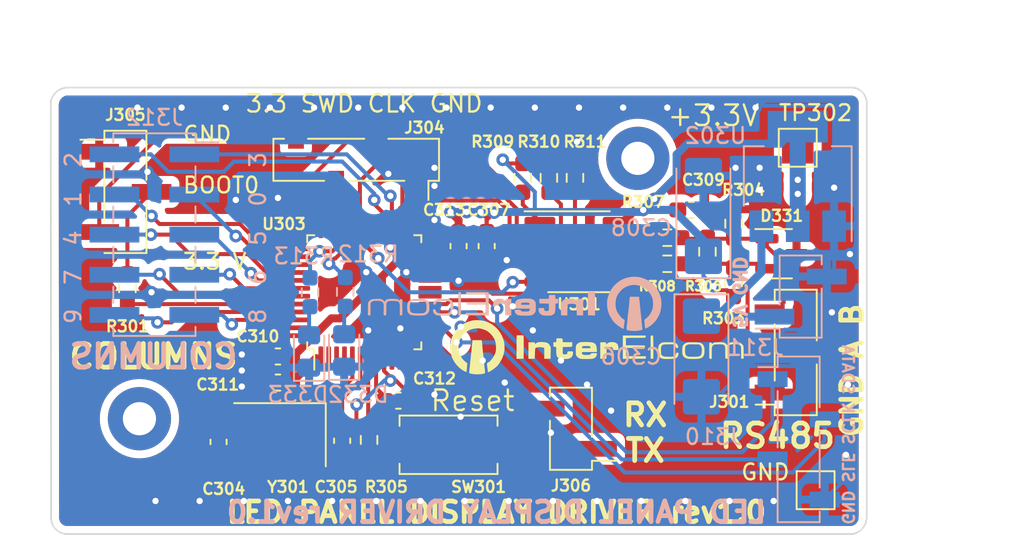
<source format=kicad_pcb>
(kicad_pcb (version 20211014) (generator pcbnew)
  (layers (0 "F.Cu" signal) (31 "B.Cu" signal) (34 "B.Paste" user) (35 "F.Paste" user) (36 "B.SilkS" user "B.Silkscreen") (37 "F.SilkS" user "F.Silkscreen") (38 "B.Mask" user) (39 "F.Mask" user) (44 "Edge.Cuts" user))
  (net 0 "")
  (footprint "Resistor_SMD:R_0603_1608Metric_Pad0.98x0.95mm_HandSolder" (layer "F.Cu") (at 174.766208 79.01901 180)
    (fp_text reference "R308")
    (fp_text value "10")
  )
  (footprint "Capacitor_SMD:C_0603_1608Metric_Pad1.08x0.95mm_HandSolder" (layer "F.Cu") (at 146.369958 90.29176 -90)
    (fp_text reference "C304")
    (fp_text value "20p")
  )
  (footprint "TestPoint:TestPoint_Pad_2.0x2.0mm" (layer "F.Cu") (at 183.021208 71.67651)
    (fp_text reference "TP302")
    (fp_text value "TestPoint")
  )
  (footprint "Resistor_SMD:R_0603_1608Metric_Pad0.98x0.95mm_HandSolder" (layer "F.Cu") (at 168.924208 73.58151 90)
    (fp_text reference "R311")
    (fp_text value "10k")
  )
  (footprint "Capacitor_SMD:C_0603_1608Metric_Pad1.08x0.95mm_HandSolder" (layer "F.Cu") (at 154.192208 90.21851 90)
    (fp_text reference "C305")
    (fp_text value "20p")
  )
  (footprint "Resistor_SMD:R_0603_1608Metric_Pad0.98x0.95mm_HandSolder" (layer "F.Cu") (at 167.273208 73.58151 90)
    (fp_text reference "R310")
    (fp_text value "10k")
  )
  (footprint "Resistor_SMD:R_0603_1608Metric_Pad0.98x0.95mm_HandSolder" (layer "F.Cu") (at 155.894958 90.16476 90)
    (fp_text reference "R305")
    (fp_text value "10k")
  )
  (footprint "Connector_PinHeader_2.54mm:PinHeader_1x03_P2.54mm_Vertical_SMD_Pin1Left" (layer "F.Cu") (at 140.476208 74.47051)
    (fp_text reference "J305")
    (fp_text value "BOOT_TO/ SELECTOR")
  )
  (footprint "Resistor_SMD:R_0603_1608Metric_Pad0.98x0.95mm_HandSolder" (layer "F.Cu") (at 174.766208 77.36801 180)
    (fp_text reference "R307")
    (fp_text value "10")
  )
  (footprint "Capacitor_SMD:C_0603_1608Metric_Pad1.08x0.95mm_HandSolder" (layer "F.Cu") (at 157.748208 87.67851 180)
    (fp_text reference "C312")
    (fp_text value "100n")
  )
  (footprint "Connector_PinSocket_2.54mm:PinSocket_1x03_P2.54mm_Vertical_SMD_Pin1Right" (layer "F.Cu") (at 182.894208 84.63051 180)
    (fp_text reference "J301")
    (fp_text value "RS485")
  )
  (footprint "Crystal:Crystal_SMD_Abracon_ABM3C-4Pin_5.0x3.2mm" (layer "F.Cu") (at 150.255208 89.83751 180)
    (fp_text reference "Y301")
    (fp_text value "8 MHz")
  )
  (footprint "Capacitor_SMD:C_0603_1608Metric_Pad1.08x0.95mm_HandSolder" (layer "F.Cu") (at 150.128208 86.53551 180)
    (fp_text reference "C311")
    (fp_text value "100n")
  )
  (footprint "Capacitor_SMD:C_0603_1608Metric_Pad1.08x0.95mm_HandSolder" (layer "F.Cu") (at 163.336208 77.89951 -90)
    (fp_text reference "C307")
    (fp_text value "100n")
  )
  (footprint "Package_QFP:LQFP-48_7x7mm_P0.5mm" (layer "F.Cu") (at 155.589208 80.82051 90)
    (fp_text reference "U303")
    (fp_text value "STM32F030C6Tx")
  )
  (footprint "Button_Switch_SMD:SW_SPST_EVQPE1" (layer "F.Cu") (at 160.923208 90.47251 180)
    (fp_text reference "SW301")
    (fp_text value "SW_SPST")
  )
  (footprint "Resistor_SMD:R_0603_1608Metric_Pad0.98x0.95mm_HandSolder" (layer "F.Cu") (at 165.622208 73.58151 -90)
    (fp_text reference "R309")
    (fp_text value "10k")
  )
  (footprint "Resistor_SMD:R_0603_1608Metric_Pad0.98x0.95mm_HandSolder" (layer "F.Cu") (at 140.603208 80.56651 90)
    (fp_text reference "R301")
    (fp_text value "10k")
  )
  (footprint "LOGO" (layer "F.Cu") (at 170.18 84.328)
    (fp_text reference "G***" hide)
    (fp_text value "LOGO" hide)
  )
  (footprint "Package_SO:SOIC-8_3.9x4.9mm_P1.27mm" (layer "F.Cu") (at 169.178208 78.25701)
    (fp_text reference "U301")
    (fp_text value "SN65HVD11")
  )
  (footprint "Package_TO_SOT_SMD:SOT-23" (layer "F.Cu") (at 182.005208 78.38401)
    (fp_text reference "D331")
    (fp_text value "SM712_SOT23")
  )
  (footprint "Resistor_SMD:R_0603_1608Metric_Pad0.98x0.95mm_HandSolder" (layer "F.Cu") (at 178.957208 80.18551 90)
    (fp_text reference "R303")
    (fp_text value "360")
  )
  (footprint "Resistor_SMD:R_0603_1608Metric_Pad0.98x0.95mm_HandSolder" (layer "F.Cu") (at 177.306208 78.25701 -90)
    (fp_text reference "R306")
    (fp_text value "120")
  )
  (footprint "Resistor_SMD:R_0603_1608Metric_Pad0.98x0.95mm_HandSolder" (layer "F.Cu") (at 178.957208 76.47901 90)
    (fp_text reference "R304")
    (fp_text value "360")
  )
  (footprint "Connector_PinHeader_2.54mm:PinHeader_1x02_P2.54mm_Vertical_SMD_Pin1Left" (layer "F.Cu") (at 168.670208 89.45651 180)
    (fp_text reference "J306")
    (fp_text value "UART2")
  )
  (footprint "Capacitor_SMD:C_0603_1608Metric_Pad1.08x0.95mm_HandSolder" (layer "F.Cu") (at 150.128208 84.88451 180)
    (fp_text reference "C310")
    (fp_text value "100n")
  )
  (footprint "TestPoint:TestPoint_Pad_2.0x2.0mm" (layer "F.Cu") (at 184.15 93.345)
    (fp_text reference "GND")
    (fp_text value "TestPoint")
  )
  (footprint "Capacitor_SMD:C_0603_1608Metric_Pad1.08x0.95mm_HandSolder" (layer "F.Cu") (at 161.558208 77.89951 -90)
    (fp_text reference "C313")
    (fp_text value "100n")
  )
  (footprint "Connector_PinSocket_2.54mm:PinSocket_1x04_P2.54mm_Vertical_SMD_Pin1Right" (layer "F.Cu") (at 155.081208 72.43851 -90)
    (fp_text reference "J304")
    (fp_text value "SWD")
  )
  (footprint "Capacitor_SMD:C_0603_1608Metric_Pad1.08x0.95mm_HandSolder" (layer "F.Cu") (at 176.290208 75.61351)
    (fp_text reference "C309")
    (fp_text value "100n")
  )
  (footprint "Connector_PinHeader_2.54mm:PinHeader_2x05_P2.54mm_Vertical_SMD" (layer "B.Cu") (at 142.311111 77.174123 180)
    (fp_text reference "J312")
    (fp_text value "IDC10")
  )
  (footprint "LOGO" (layer "B.Cu") (at 165.241208 81.58251 180)
    (fp_text reference "G***" hide)
    (fp_text value "LOGO" hide)
  )
  (footprint "Capacitor_Tantalum_SMD:CP_EIA-6032-28_Kemet-C_Pad2.25x2.35mm_HandSolder" (layer "B.Cu") (at 177.052208 75.99451 90)
    (fp_text reference "C308")
    (fp_text value "10u")
  )
  (footprint "Capacitor_Tantalum_SMD:CP_EIA-6032-28_Kemet-C_Pad2.25x2.35mm_HandSolder" (layer "B.Cu") (at 176.925208 84.88451 -90)
    (fp_text reference "C306")
    (fp_text value "10u")
  )
  (footprint "LED_SMD:LED_0805_2012Metric_Pad1.15x1.40mm_HandSolder" (layer "B.Cu") (at 152.102208 84.56651 90)
    (fp_text reference "D333")
    (fp_text value "Red")
  )
  (footprint "LED_SMD:LED_0805_2012Metric_Pad1.15x1.40mm_HandSolder" (layer "B.Cu") (at 154.319208 84.50351 90)
    (fp_text reference "D332")
    (fp_text value "Green")
  )
  (footprint "Connector_PinHeader_2.54mm:PinHeader_1x02_P2.54mm_Vertical_SMD_Pin1Left" (layer "B.Cu") (at 183.205111 81.095123)
    (fp_text reference "J311")
    (fp_text value "BOOT_TO/ SELECTOR")
  )
  (footprint "Connector_PinSocket_2.54mm:PinSocket_1x04_P2.54mm_Vertical_SMD_Pin1Right" (layer "B.Cu") (at 183.078111 90.128123 180)
    (fp_text reference "J310")
    (fp_text value "Serial_BUS")
  )
  (footprint "Resistor_SMD:R_0603_1608Metric_Pad0.98x0.95mm_HandSolder" (layer "B.Cu") (at 154.386208 80.79751 -90)
    (fp_text reference "R312")
    (fp_text value "510")
  )
  (footprint "Resistor_SMD:R_0603_1608Metric_Pad0.98x0.95mm_HandSolder" (layer "B.Cu") (at 152.160208 80.82051 -90)
    (fp_text reference "R313")
    (fp_text value "680")
  )
  (footprint "Package_TO_SOT_SMD:SOT-223" (layer "B.Cu") (at 183.021208 73.491123 90)
    (fp_text reference "U302")
    (fp_text value "LM1117-3.3")
  )
  (gr_line (start 187.382788 95.056761) (end 187.382788 71.44791) (layer "Edge.Cuts") (width 0.1))
  (gr_arc (start 136.793208 96.120941) (mid 136.058547 95.80525) (end 135.777208 95.056761) (layer "Edge.Cuts") (width 0.1))
  (gr_arc (start 187.382788 95.056761) (mid 187.124478 95.756675) (end 186.473385 96.120941) (layer "Edge.Cuts") (width 0.1))
  (gr_arc (start 186.473385 67.86651) (mid 187.090293 68.145081) (end 187.382788 68.75551) (layer "Edge.Cuts") (width 0.1))
  (gr_line (start 135.751808 68.75551) (end 135.751808 71.34631) (layer "Edge.Cuts") (width 0.1))
  (gr_line (start 186.473385 96.120941) (end 136.793208 96.120941) (layer "Edge.Cuts") (width 0.1))
  (gr_line (start 186.473385 67.86651) (end 136.793208 67.86651) (layer "Edge.Cuts") (width 0.1))
  (gr_arc (start 135.751808 68.75551) (mid 136.123549 68.136515) (end 136.793208 67.86651) (layer "Edge.Cuts") (width 0.1))
  (gr_line (start 187.382788 68.75551) (end 187.382788 71.44791) (layer "Edge.Cuts") (width 0.1))
  (gr_line (start 135.777208 95.056761) (end 135.751808 71.34631) (layer "Edge.Cuts") (width 0.1))
  (gr_text "9  7  4  1  2\n" (at 137.174208 77.39151 90) (layer "B.SilkS") (effects (font (size 1 1))))
  (gr_text "COLUMNS" (at 142.254208 84.88451) (layer "B.SilkS") (effects (font (size 1.5 1.5) (thickness 0.3)) (justify mirror)))
  (gr_text "8  6  5  0  3" (at 148.858208 77.39151 90) (layer "B.SilkS") (effects (font (size 1 1))))
  (gr_text "GND SLE SCLK SDATA" (at 186.196208 89.83751 270) (layer "B.SilkS") (effects (font (size 0.7 0.7)) (justify mirror)))
  (gr_text "LED PANEL DISPLAY DRIVER rev1.0" (at 163.957 94.742) (layer "B.SilkS") (effects (font (size 1.3 1.3) (thickness 0.3)) (justify mirror)))
  (gr_text "5V GND" (at 179.338208 80.82051 270) (layer "B.SilkS") (effects (font (size 0.8 0.8) (thickness 0.2)) (justify mirror)))
  (gr_text "GND\n\nBOOT0\n\n\n3.3 V" (at 144.032208 74.85151) (layer "F.SilkS") (effects (font (size 1 1)) (justify left)))
  (gr_text "COLUMNS" (at 142.254208 84.88451) (layer "F.SilkS") (effects (font (size 1.5 1.5) (thickness 0.3))))
  (gr_text "RS485" (at 181.737 89.916) (layer "F.SilkS") (effects (font (size 1.5 1.5) (thickness 0.3))))
  (gr_text "LED PANEL DISPLAY DRIVER rev1.0" (at 163.957 94.742) (layer "F.SilkS") (effects (font (size 1.3 1.3) (thickness 0.3))))
  (gr_text "Reset" (at 162.447208 87.67851) (layer "F.SilkS") (effects (font (size 1.3 1.3))))
  (gr_text "3.3 SWD CLK GND" (at 155.589208 68.88251) (layer "F.SilkS") (effects (font (size 1.1 1.1))))
  (gr_text "RX\nTX" (at 173.369208 89.71051) (layer "F.SilkS") (effects (font (size 1.4 1.4) (thickness 0.3))))
  (gr_text "GND A B" (at 186.450208 85.77351 90) (layer "F.SilkS") (effects (font (size 1.3 1.3) (thickness 0.3))))
  (gr_text "+3.3V" (at 177.687208 69.64451) (layer "F.SilkS") (effects (font (size 1.3 1.3))))
  (segment (start 150.509208 83.07051) (end 151.426708 83.07051) (width 0.254) (layer "F.Cu") (net 0))
  (segment (start 147.973208 80.57051) (end 151.426708 80.57051) (width 0.254) (layer "F.Cu") (net 0))
  (segment (start 151.098327 84.88451) (end 150.990708 84.88451) (width 0.508) (layer "F.Cu") (net 0))
  (segment (start 161.431208 83.943996) (end 160.557722 83.07051) (width 0.254) (layer "F.Cu") (net 0))
  (segment (start 142.127208 75.99451) (end 142.635208 76.50251) (width 0.254) (layer "F.Cu") (net 0))
  (segment (start 157.594708 86.40851) (end 158.610708 87.42451) (width 0.254) (layer "F.Cu") (net 0))
  (segment (start 164.582708 72.66901) (end 164.352208 72.43851) (width 0.254) (layer "F.Cu") (net 0))
  (segment (start 158.806708 89.34551) (end 162.496208 89.34551) (width 0.254) (layer "F.Cu") (net 0))
  (segment (start 161.304208 82.09051) (end 159.771708 82.09051) (width 0.254) (layer "F.Cu") (net 0))
  (segment (start 180.752708 79.01901) (end 181.067708 79.33401) (width 0.254) (layer "F.Cu") (net 0))
  (segment (start 159.653208 85.64651) (end 158.989708 84.98301) (width 0.254) (layer "F.Cu") (net 0))
  (segment (start 164.987208 80.18551) (end 165.010708 80.16201) (width 0.254) (layer "F.Cu") (net 0))
  (segment (start 142.508208 82.72551) (end 143.397208 82.72551) (width 0.254) (layer "F.Cu") (net 0))
  (segment (start 156.839208 85.789024) (end 156.839208 84.98301) (width 0.254) (layer "F.Cu") (net 0))
  (segment (start 153.839208 76.65801) (end 153.839208 74.11651) (width 0.254) (layer "F.Cu") (net 0))
  (segment (start 183.021208 71.67651) (end 183.021208 73.70851) (width 0.762) (layer "F.Cu") (net 0))
  (segment (start 167.273208 72.66901) (end 168.924208 72.66901) (width 0.254) (layer "F.Cu") (net 0))
  (segment (start 153.839208 74.11651) (end 153.811208 74.08851) (width 0.254) (layer "F.Cu") (net 0))
  (segment (start 165.241208 76.75651) (end 166.106708 77.62201) (width 0.254) (layer "F.Cu") (net 0))
  (segment (start 182.132208 78.98643) (end 181.067708 77.92193) (width 0.254) (layer "F.Cu") (net 0))
  (segment (start 142.635208 76.50251) (end 147.727342 76.50251) (width 0.254) (layer "F.Cu") (net 0))
  (segment (start 153.575116 78.228116) (end 154.339208 77.464024) (width 0.254) (layer "F.Cu") (net 0))
  (segment (start 158.002208 72.88301) (end 158.700708 72.18451) (width 0.254) (layer "F.Cu") (net 0))
  (segment (start 159.272208 84.50351) (end 157.875208 83.10651) (width 0.25) (layer "F.Cu") (net 0))
  (segment (start 175.678708 77.36801) (end 175.744708 77.43401) (width 0.254) (layer "F.Cu") (net 0))
  (segment (start 156.839208 79.69751) (end 156.986208 79.55051) (width 0.254) (layer "F.Cu") (net 0))
  (segment (start 146.318208 89.35601) (end 147.686708 89.35601) (width 0.254) (layer "F.Cu") (net 0))
  (segment (start 147.489208 82.57051) (end 151.426708 82.57051) (width 0.254) (layer "F.Cu") (net 0))
  (segment (start 149.795342 78.57051) (end 151.426708 78.57051) (width 0.254) (layer "F.Cu") (net 0))
  (segment (start 177.941208 80.69351) (end 178.552708 80.69351) (width 0.25) (layer "F.Cu") (net 0))
  (segment (start 166.634208 87.80551) (end 163.959074 87.80551) (width 0.254) (layer "F.Cu") (net 0))
  (segment (start 156.885708 87.42451) (end 158.806708 89.34551) (width 0.254) (layer "F.Cu") (net 0))
  (segment (start 151.426708 79.57051) (end 149.398342 79.57051) (width 0.254) (layer "F.Cu") (net 0))
  (segment (start 151.426708 74.36901) (end 151.426708 78.07051) (width 0.254) (layer "F.Cu") (net 0))
  (segment (start 164.787208 75.738062) (end 164.062656 75.01351) (width 0.254) (layer "F.Cu") (net 0))
  (segment (start 150.001208 89.45651) (end 148.470208 90.98751) (width 0.254) (layer "F.Cu") (net 0))
  (segment (start 147.080208 79.67751) (end 147.973208 80.57051) (width 0.254) (layer "F.Cu") (net 0))
  (segment (start 155.339208 86.40451) (end 155.339208 84.98301) (width 0.254) (layer "F.Cu") (net 0))
  (segment (start 168.924208 71.42251) (end 169.051208 71.29551) (width 0.254) (layer "F.Cu") (net 0))
  (segment (start 163.336208 76.24801) (end 163.802968 75.78125) (width 0.254) (layer "F.Cu") (net 0))
  (segment (start 165.880432 89.71051) (end 164.427432 88.25751) (width 0.25) (layer "F.Cu") (net 0))
  (segment (start 161.366708 78.57051) (end 159.751708 78.57051) (width 0.254) (layer "F.Cu") (net 0))
  (segment (start 165.622208 72.66901) (end 164.582708 72.66901) (width 0.254) (layer "F.Cu") (net 0))
  (segment (start 158.570208 77.96651) (end 156.986208 79.55051) (width 0.508) (layer "F.Cu") (net 0))
  (segment (start 171.907208 77.36801) (end 171.653208 77.62201) (width 0.254) (layer "F.Cu") (net 0))
  (segment (start 158.223208 90.47251) (end 157.115208 90.47251) (width 0.25) (layer "F.Cu") (net 0))
  (segment (start 154.192208 87.55151) (end 154.192208 89.35601) (width 0.254) (layer "F.Cu") (net 0))
  (segment (start 153.703881 78.682116) (end 153.763168 78.682116) (width 0.254) (layer "F.Cu") (net 0))
  (segment (start 155.094958 87.95026) (end 155.094958 89.735255) (width 0.25) (layer "F.Cu") (net 0))
  (segment (start 168.924208 77.05059) (end 168.924208 74.49401) (width 0.254) (layer "F.Cu") (net 0))
  (segment (start 164.787208 77.40126) (end 164.787208 75.738062) (width 0.254) (layer "F.Cu") (net 0))
  (segment (start 156.839208 84.98301) (end 156.839208 79.69751) (width 0.254) (layer "F.Cu") (net 0))
  (segment (start 143.306821 77.174123) (end 142.090595 77.174123) (width 0.254) (layer "F.Cu") (net 0))
  (segment (start 138.821208 74.72851) (end 138.821208 77.01051) (width 0.254) (layer "F.Cu") (net 0))
  (segment (start 164.062656 75.01351) (end 159.983708 75.01351) (width 0.254) (layer "F.Cu") (net 0))
  (segment (start 172.734208 75.61351) (end 173.242208 75.61351) (width 0.508) (layer "F.Cu") (net 0))
  (segment (start 158.989708 84.98301) (end 158.339208 84.98301) (width 0.254) (layer "F.Cu") (net 0))
  (segment (start 164.860208 89.32951) (end 163.717208 89.32951) (width 0.254) (layer "F.Cu") (net 0))
  (segment (start 151.426708 79.07051) (end 149.540394 79.07051) (width 0.254) (layer "F.Cu") (net 0))
  (segment (start 143.397208 82.72551) (end 144.052208 82.07051) (width 0.254) (layer "F.Cu") (net 0))
  (segment (start 142.635208 79.67751) (end 144.028208 81.07051) (width 0.254) (layer "F.Cu") (net 0))
  (segment (start 155.339208 76.65801) (end 155.316208 76.63501) (width 0.254) (layer "F.Cu") (net 0))
  (segment (start 155.094958 89.735255) (end 155.894958 90.535255) (width 0.25) (layer "F.Cu") (net 0))
  (segment (start 167.082788 78.89201) (end 168.924208 77.05059) (width 0.254) (layer "F.Cu") (net 0))
  (segment (start 166.703208 78.89201) (end 167.082788 78.89201) (width 0.254) (layer "F.Cu") (net 0))
  (segment (start 154.839208 84.98301) (end 154.839208 86.262458) (width 0.254) (layer "F.Cu") (net 0))
  (segment (start 147.686708 89.35601) (end 148.355208 88.68751) (width 0.254) (layer "F.Cu") (net 0))
  (segment (start 148.870914 80.07051) (end 151.426708 80.07051) (width 0.254) (layer "F.Cu") (net 0))
  (segment (start 181.067708 79.33401) (end 179.846208 80.55551) (width 0.254) (layer "F.Cu") (net 0))
  (segment (start 168.035208 77.13751) (end 167.550708 77.62201) (width 0.254) (layer "F.Cu") (net 0))
  (segment (start 167.400208 89.71051) (end 165.880432 89.71051) (width 0.25) (layer "F.Cu") (net 0))
  (segment (start 158.700708 72.18451) (end 161.875708 72.18451) (width 0.254) (layer "F.Cu") (net 0))
  (segment (start 170.902708 80.91251) (end 171.653208 80.16201) (width 0.254) (layer "F.Cu") (net 0))
  (segment (start 167.015208 88.18651) (end 166.634208 87.80551) (width 0.254) (layer "F.Cu") (net 0))
  (segment (start 152.541208 84.98501) (end 150.990708 86.53551) (width 0.508) (layer "F.Cu") (net 0))
  (segment (start 157.115208 90.47251) (end 155.894958 89.25226) (width 0.25) (layer "F.Cu") (net 0))
  (segment (start 156.224208 75.236996) (end 156.839208 75.851996) (width 0.254) (layer "F.Cu") (net 0))
  (segment (start 158.002208 75.35951) (end 158.002208 72.88301) (width 0.254) (layer "F.Cu") (net 0))
  (segment (start 155.894958 89.25226) (end 155.839208 89.19651) (width 0.254) (layer "F.Cu") (net 0))
  (segment (start 153.511327 82.47151) (end 151.098327 84.88451) (width 0.508) (layer "F.Cu") (net 0))
  (segment (start 171.995708 76.35201) (end 172.734208 75.61351) (width 0.508) (layer "F.Cu") (net 0))
  (segment (start 161.558208 78.76201) (end 163.708708 80.91251) (width 0.254) (layer "F.Cu") (net 0))
  (segment (start 152.758631 78.228116) (end 153.575116 78.228116) (width 0.254) (layer "F.Cu") (net 0))
  (segment (start 156.839208 75.851996) (end 156.839208 76.65801) (width 0.254) (layer "F.Cu") (net 0))
  (segment (start 144.028208 81.07051) (end 151.426708 81.07051) (width 0.254) (layer "F.Cu") (net 0))
  (segment (start 175.678708 79.01901) (end 180.752708 79.01901) (width 0.254) (layer "F.Cu") (net 0))
  (segment (start 152.248708 91.08101) (end 152.155208 90.98751) (width 0.254) (layer "F.Cu") (net 0))
  (segment (start 171.653208 76.35201) (end 171.995708 76.35201) (width 0.254) (layer "F.Cu") (net 0))
  (segment (start 166.195208 78.80926) (end 164.787208 77.40126) (width 0.254) (layer "F.Cu") (net 0))
  (segment (start 151.144208 87.55151) (end 150.001208 88.69451) (width 0.254) (layer "F.Cu") (net 0))
  (segment (start 165.010708 74.49401) (end 165.622208 74.49401) (width 0.254) (layer "F.Cu") (net 0))
  (segment (start 153.763168 78.682116) (end 154.839208 77.606076) (width 0.254) (layer "F.Cu") (net 0))
  (segment (start 159.751708 83.598144) (end 159.751708 83.57051) (width 0.254) (layer "F.Cu") (net 0))
  (segment (start 155.316208 73.79101) (end 157.430708 71.67651) (width 0.254) (layer "F.Cu") (net 0))
  (segment (start 140.603208 75.99851) (end 140.603208 79.65401) (width 0.254) (layer "F.Cu") (net 0))
  (segment (start 163.717208 89.32951) (end 160.034208 85.64651) (width 0.254) (layer "F.Cu") (net 0))
  (segment (start 153.056208 88.68751) (end 152.155208 88.68751) (width 0.254) (layer "F.Cu") (net 0))
  (segment (start 170.325208 90.72651) (end 166.257208 90.72651) (width 0.254) (layer "F.Cu") (net 0))
  (segment (start 157.240208 86.40851) (end 157.097694 86.265996) (width 0.254) (layer "F.Cu") (net 0))
  (segment (start 156.478208 78.66151) (end 155.839208 78.02251) (width 0.254) (layer "F.Cu") (net 0))
  (segment (start 153.550156 87.55151) (end 151.144208 87.55151) (width 0.254) (layer "F.Cu") (net 0))
  (segment (start 155.339208 86.40451) (end 154.192208 87.55151) (width 0.254) (layer "F.Cu") (net 0))
  (segment (start 181.116208 84.63051) (end 184.798208 84.63051) (width 0.254) (layer "F.Cu") (net 0))
  (segment (start 161.050208 75.74051) (end 161.558208 76.24851) (width 0.508) (layer "F.Cu") (net 0))
  (segment (start 161.558208 76.24851) (end 161.558208 77.03701) (width 0.508) (layer "F.Cu") (net 0))
  (segment (start 147.734394 77.26451) (end 147.461208 77.26451) (width 0.254) (layer "F.Cu") (net 0))
  (segment (start 160.796074 81.57051) (end 159.751708 81.57051) (width 0.254) (layer "F.Cu") (net 0))
  (segment (start 159.855708 77.96651) (end 158.570208 77.96651) (width 0.508) (layer "F.Cu") (net 0))
  (segment (start 148.261708 91.08101) (end 148.355208 90.98751) (width 0.254) (layer "F.Cu") (net 0))
  (segment (start 166.257208 90.72651) (end 164.860208 89.32951) (width 0.254) (layer "F.Cu") (net 0))
  (segment (start 155.839208 78.02251) (end 155.839208 76.65801) (width 0.254) (layer "F.Cu") (net 0))
  (segment (start 154.839208 86.262458) (end 153.550156 87.55151) (width 0.254) (layer "F.Cu") (net 0))
  (segment (start 146.318208 91.08101) (end 148.261708 91.08101) (width 0.254) (layer "F.Cu") (net 0))
  (segment (start 181.498208 82.09051) (end 182.132208 81.45651) (width 0.254) (layer "F.Cu") (net 0))
  (segment (start 173.853708 77.36801) (end 171.907208 77.36801) (width 0.254) (layer "F.Cu") (net 0))
  (segment (start 142.131208 74.47051) (end 140.603208 75.99851) (width 0.254) (layer "F.Cu") (net 0))
  (segment (start 173.242208 75.61351) (end 175.427708 75.61351) (width 0.508) (layer "F.Cu") (net 0))
  (segment (start 140.948708 81.57051) (end 151.426708 81.57051) (width 0.254) (layer "F.Cu") (net 0))
  (segment (start 181.067708 77.92193) (end 181.067708 77.43401) (width 0.254) (layer "F.Cu") (net 0))
  (segment (start 154.065208 82.47151) (end 153.511327 82.47151) (width 0.508) (layer "F.Cu") (net 0))
  (segment (start 165.241208 75.55001) (end 165.241208 76.75651) (width 0.254) (layer "F.Cu") (net 0))
  (segment (start 149.540394 79.07051) (end 147.734394 77.26451) (width 0.254) (layer "F.Cu") (net 0))
  (segment (start 144.540208 78.40751) (end 143.306821 77.174123) (width 0.254) (layer "F.Cu") (net 0))
  (segment (start 163.4754 81.32851) (end 161.038074 81.32851) (width 0.254) (layer "F.Cu") (net 0))
  (segment (start 165.622208 74.49401) (end 165.622208 75.27101) (width 0.254) (layer "F.Cu") (net 0))
  (segment (start 154.192208 87.55151) (end 153.056208 88.68751) (width 0.254) (layer "F.Cu") (net 0))
  (segment (start 155.839208 89.19651) (end 155.839208 84.98301) (width 0.254) (layer "F.Cu") (net 0))
  (segment (start 153.358122 79.027875) (end 153.703881 78.682116) (width 0.254) (layer "F.Cu") (net 0))
  (segment (start 163.407208 88.25751) (end 159.653208 84.50351) (width 0.25) (layer "F.Cu") (net 0))
  (segment (start 157.240208 86.40851) (end 157.594708 86.40851) (width 0.254) (layer "F.Cu") (net 0))
  (segment (start 171.653208 78.89201) (end 173.726708 78.89201) (width 0.254) (layer "F.Cu") (net 0))
  (segment (start 157.097694 86.04751) (end 156.839208 85.789024) (width 0.254) (layer "F.Cu") (net 0))
  (segment (start 175.744708 77.43401) (end 181.067708 77.43401) (width 0.254) (layer "F.Cu") (net 0))
  (segment (start 168.035208 75.25601) (end 168.035208 77.13751) (width 0.254) (layer "F.Cu") (net 0))
  (segment (start 157.339208 74.82351) (end 157.339208 76.65801) (width 0.254) (layer "F.Cu") (net 0))
  (segment (start 183.021208 73.70851) (end 183.021208 74.59751) (width 0.762) (layer "F.Cu") (net 0))
  (segment (start 157.097694 86.265996) (end 157.097694 86.04751) (width 0.254) (layer "F.Cu") (net 0))
  (segment (start 161.431208 83.99551) (end 161.431208 83.943996) (width 0.254) (layer "F.Cu") (net 0))
  (segment (start 157.839208 76.65801) (end 157.839208 75.52251) (width 0.254) (layer "F.Cu") (net 0))
  (segment (start 162.496208 89.34551) (end 163.623208 90.47251) (width 0.254) (layer "F.Cu") (net 0))
  (segment (start 155.894958 90.535255) (end 155.894958 91.07726) (width 0.25) (layer "F.Cu") (net 0))
  (segment (start 159.983708 75.01351) (end 158.339208 76.65801) (width 0.254) (layer "F.Cu") (net 0))
  (segment (start 160.785208 77.03701) (end 159.855708 77.96651) (width 0.508) (layer "F.Cu") (net 0))
  (segment (start 148.235342 78.40751) (end 144.540208 78.40751) (width 0.254) (layer "F.Cu") (net 0))
  (segment (start 161.038074 81.32851) (end 160.796074 81.57051) (width 0.254) (layer "F.Cu") (net 0))
  (segment (start 150.990708 86.53551) (end 150.990708 84.88451) (width 0.508) (layer "F.Cu") (net 0))
  (segment (start 149.398342 79.57051) (end 148.235342 78.40751) (width 0.254) (layer "F.Cu") (net 0))
  (segment (start 163.959074 87.80551) (end 159.751708 83.598144) (width 0.254) (layer "F.Cu") (net 0))
  (segment (start 162.193208 71.67651) (end 165.010708 74.49401) (width 0.254) (layer "F.Cu") (net 0))
  (segment (start 177.687208 80.43951) (end 177.941208 80.69351) (width 0.25) (layer "F.Cu") (net 0))
  (segment (start 168.924208 72.66901) (end 168.924208 71.42251) (width 0.254) (layer "F.Cu") (net 0))
  (segment (start 148.414061 79.613657) (end 148.870914 80.07051) (width 0.254) (layer "F.Cu") (net 0))
  (segment (start 162.066208 75.74051) (end 161.050208 75.74051) (width 0.508) (layer "F.Cu") (net 0))
  (segment (start 156.224208 74.97851) (end 156.224208 75.236996) (width 0.254) (layer "F.Cu") (net 0))
  (segment (start 155.112708 87.93251) (end 155.094958 87.95026) (width 0.25) (layer "F.Cu") (net 0))
  (segment (start 179.846208 83.36051) (end 181.116208 84.63051) (width 0.254) (layer "F.Cu") (net 0))
  (segment (start 148.470208 90.98751) (end 148.355208 90.98751) (width 0.254) (layer "F.Cu") (net 0))
  (segment (start 167.550708 77.62201) (end 166.703208 77.62201) (width 0.254) (layer "F.Cu") (net 0))
  (segment (start 155.316208 76.63501) (end 155.316208 73.79101) (width 0.254) (layer "F.Cu") (net 0))
  (segment (start 149.265708 84.88451) (end 149.265708 84.31401) (width 0.254) (layer "F.Cu") (net 0))
  (segment (start 156.351208 70.78851) (end 155.007208 70.78851) (width 0.254) (layer "F.Cu") (net 0))
  (segment (start 173.726708 78.89201) (end 173.853708 79.01901) (width 0.254) (layer "F.Cu") (net 0))
  (segment (start 147.207208 82.85251) (end 147.489208 82.57051) (width 0.254) (layer "F.Cu") (net 0))
  (segment (start 165.010708 80.16201) (end 166.703208 80.16201) (width 0.254) (layer "F.Cu") (net 0))
  (segment (start 163.997751 81.850861) (end 163.4754 81.32851) (width 0.254) (layer "F.Cu") (net 0))
  (segment (start 161.558208 78.76201) (end 161.366708 78.57051) (width 0.254) (layer "F.Cu") (net 0))
  (segment (start 163.336208 77.03701) (end 163.336208 76.12151) (width 0.254) (layer "F.Cu") (net 0))
  (segment (start 156.339208 86.87801) (end 156.885708 87.42451) (width 0.254) (layer "F.Cu") (net 0))
  (segment (start 178.552708 80.69351) (end 178.957208 81.09801) (width 0.25) (layer "F.Cu") (net 0))
  (segment (start 166.106708 77.62201) (end 166.195208 77.62201) (width 0.254) (layer "F.Cu") (net 0))
  (segment (start 157.430708 71.67651) (end 162.193208 71.67651) (width 0.254) (layer "F.Cu") (net 0))
  (segment (start 151.271208 70.78851) (end 142.761208 70.78851) (width 0.254) (layer "F.Cu") (net 0))
  (segment (start 163.336208 76.12151) (end 162.955208 75.74051) (width 0.254) (layer "F.Cu") (net 0))
  (segment (start 162.955208 75.74051) (end 162.066208 75.74051) (width 0.508) (layer "F.Cu") (net 0))
  (segment (start 163.762228 75.74051) (end 162.955208 75.74051) (width 0.508) (layer "F.Cu") (net 0))
  (segment (start 160.557722 83.07051) (end 159.751708 83.07051) (width 0.254) (layer "F.Cu") (net 0))
  (segment (start 155.007208 70.78851) (end 151.426708 74.36901) (width 0.254) (layer "F.Cu") (net 0))
  (segment (start 164.427432 88.25751) (end 163.407208 88.25751) (width 0.25) (layer "F.Cu") (net 0))
  (segment (start 160.034208 85.64651) (end 159.653208 85.64651) (width 0.254) (layer "F.Cu") (net 0))
  (segment (start 157.240208 74.72451) (end 157.339208 74.82351) (width 0.254) (layer "F.Cu") (net 0))
  (segment (start 167.273208 74.49401) (end 168.035208 75.25601) (width 0.254) (layer "F.Cu") (net 0))
  (segment (start 165.622208 75.27101) (end 166.703208 76.35201) (width 0.254) (layer "F.Cu") (net 0))
  (segment (start 179.846208 80.55551) (end 179.846208 83.36051) (width 0.254) (layer "F.Cu") (net 0))
  (segment (start 182.132208 81.45651) (end 182.132208 78.98643) (width 0.254) (layer "F.Cu") (net 0))
  (segment (start 142.761208 70.78851) (end 138.821208 74.72851) (width 0.254) (layer "F.Cu") (net 0))
  (segment (start 149.265708 84.31401) (end 150.509208 83.07051) (width 0.254) (layer "F.Cu") (net 0))
  (segment (start 156.986208 79.55051) (end 154.065208 82.47151) (width 0.508) (layer "F.Cu") (net 0))
  (segment (start 157.839208 75.52251) (end 158.002208 75.35951) (width 0.254) (layer "F.Cu") (net 0))
  (segment (start 163.708708 80.91251) (end 170.902708 80.91251) (width 0.254) (layer "F.Cu") (net 0))
  (segment (start 159.653208 84.50351) (end 159.272208 84.50351) (width 0.25) (layer "F.Cu") (net 0))
  (segment (start 154.339208 77.464024) (end 154.339208 76.65801) (width 0.254) (layer "F.Cu") (net 0))
  (segment (start 161.875708 72.18451) (end 165.241208 75.55001) (width 0.254) (layer "F.Cu") (net 0))
  (segment (start 163.802968 75.78125) (end 163.762228 75.74051) (width 0.508) (layer "F.Cu") (net 0))
  (segment (start 156.339208 84.98301) (end 156.339208 86.87801) (width 0.254) (layer "F.Cu") (net 0))
  (segment (start 161.558208 77.03701) (end 160.785208 77.03701) (width 0.508) (layer "F.Cu") (net 0))
  (segment (start 173.242208 75.61351) (end 173.940708 74.91501) (width 0.508) (layer "F.Cu") (net 0))
  (segment (start 154.839208 77.606076) (end 154.839208 76.65801) (width 0.254) (layer "F.Cu") (net 0))
  (segment (start 163.336208 77.03701) (end 163.336208 76.24801) (width 0.254) (layer "F.Cu") (net 0))
  (segment (start 147.727342 76.50251) (end 149.795342 78.57051) (width 0.254) (layer "F.Cu") (net 0))
  (segment (start 150.001208 88.69451) (end 150.001208 89.45651) (width 0.254) (layer "F.Cu") (net 0))
  (segment (start 166.195208 78.89201) (end 166.195208 78.80926) (width 0.254) (layer "F.Cu") (net 0))
  (segment (start 159.771708 82.09051) (end 159.751708 82.07051) (width 0.254) (layer "F.Cu") (net 0))
  (segment (start 144.052208 82.07051) (end 151.426708 82.07051) (width 0.254) (layer "F.Cu") (net 0))
  (via (at 153.557208 94.02851) (size 0.8) (drill 0.4) (layers "F.Cu" "B.Cu") (net 0))
  (via (at 141.365208 88.82151) (size 4) (drill 2.1) (layers "F.Cu" "B.Cu") (net 0))
  (via (at 141.873208 73.20051) (size 0.8) (drill 0.4) (layers "F.Cu" "B.Cu") (net 0))
  (via (at 164.987208 81.70951) (size 0.8) (drill 0.4) (layers "F.Cu" "B.Cu") (net 0))
  (via (at 178.703208 94.02851) (size 0.8) (drill 0.4) (layers "F.Cu" "B.Cu") (net 0))
  (via (at 155.716208 79.55051) (size 0.8) (drill 0.4) (layers "F.Cu" "B.Cu") (net 0))
  (via (at 147.969208 94.02851) (size 0.8) (drill 0.4) (layers "F.Cu" "B.Cu") (net 0))
  (via (at 147.461208 74.97851) (size 0.8) (drill 0.4) (layers "F.Cu" "B.Cu") (net 0))
  (via (at 158.002208 69.13651) (size 0.8) (drill 0.4) (layers "F.Cu" "B.Cu") (net 0))
  (via (at 177.560208 69.13651) (size 0.8) (drill 0.4) (layers "F.Cu" "B.Cu") (net 0))
  (via (at 181.497208 94.02851) (size 0.8) (drill 0.4) (layers "F.Cu" "B.Cu") (net 0))
  (via (at 164.733208 94.02851) (size 0.8) (drill 0.4) (layers "F.Cu" "B.Cu") (net 0))
  (via (at 183.021208 74.59751) (size 0.8) (drill 0.4) (layers "F.Cu" "B.Cu") (net 0))
  (via (at 160.034208 74.08951) (size 0.8) (drill 0.4) (layers "F.Cu" "B.Cu") (net 0))
  (via (at 157.240208 86.40851) (size 0.8) (drill 0.4) (layers "F.Cu" "B.Cu") (net 0))
  (via (at 173.242208 75.61351) (size 0.8) (drill 0.4) (layers "F.Cu" "B.Cu") (net 0))
  (via (at 160.796208 69.13651) (size 0.8) (drill 0.4) (layers "F.Cu" "B.Cu") (net 0))
  (via (at 169.178208 69.13651) (size 0.8) (drill 0.4) (layers "F.Cu" "B.Cu") (net 0))
  (via (at 173.940708 74.91501) (size 0.8) (drill 0.4) (layers "F.Cu" "B.Cu") (net 0))
  (via (at 186.069208 91.10751) (size 0.8) (drill 0.4) (layers "F.Cu" "B.Cu") (net 0))
  (via (at 179.084208 72.94651) (size 0.8) (drill 0.4) (layers "F.Cu" "B.Cu") (net 0))
  (via (at 160.034208 72.94651) (size 0.8) (drill 0.4) (layers "F.Cu" "B.Cu") (net 0))
  (via (at 156.351208 94.02851) (size 0.8) (drill 0.4) (layers "F.Cu" "B.Cu") (net 0))
  (via (at 174.766208 69.13651) (size 0.8) (drill 0.4) (layers "F.Cu" "B.Cu") (net 0))
  (via (at 185.180208 82.09051) (size 0.8) (drill 0.4) (layers "F.Cu" "B.Cu") (net 0))
  (via (at 142.508208 82.72551) (size 0.8) (drill 0.4) (layers "F.Cu" "B.Cu") (net 0))
  (via (at 147.842208 84.75751) (size 0.8) (drill 0.4) (layers "F.Cu" "B.Cu") (net 0))
  (via (at 185.321208 74.20251) (size 0.8) (drill 0.4) (layers "F.Cu" "B.Cu") (net 0))
  (via (at 172.902111 72.348123) (size 4) (drill 2.1) (layers "F.Cu" "B.Cu") (net 0))
  (via (at 155.843208 83.23351) (size 0.8) (drill 0.4) (layers "F.Cu" "B.Cu") (net 0))
  (via (at 157.236273 77.994432) (size 0.8) (drill 0.4) (layers "F.Cu" "B.Cu") (net 0))
  (via (at 150.128208 74.85151) (size 0.8) (drill 0.4) (layers "F.Cu" "B.Cu") (net 0))
  (via (at 164.987208 80.18551) (size 0.8) (drill 0.4) (layers "F.Cu" "B.Cu") (net 0))
  (via (at 160.034208 87.29751) (size 0.8) (drill 0.4) (layers "F.Cu" "B.Cu") (net 0))
  (via (at 157.113208 73.32751) (size 0.8) (drill 0.4) (layers "F.Cu" "B.Cu") (net 0))
  (via (at 170.321208 94.02851) (size 0.8) (drill 0.4) (layers "F.Cu" "B.Cu") (net 0))
  (via (at 163.590208 69.13651) (size 0.8) (drill 0.4) (layers "F.Cu" "B.Cu") (net 0))
  (via (at 155.112708 87.93251) (size 0.8) (drill 0.4) (layers "F.Cu" "B.Cu") (net 0))
  (via (at 157.875208 83.10651) (size 0.8) (drill 0.4) (layers "F.Cu" "B.Cu") (net 0))
  (via (at 147.207208 82.85251) (size 0.8) (drill 0.4) (layers "F.Cu" "B.Cu") (net 0))
  (via (at 169.686208 86.66251) (size 0.8) (drill 0.4) (layers "F.Cu" "B.Cu") (net 0))
  (via (at 144.032208 69.13651) (size 0.8) (drill 0.4) (layers "F.Cu" "B.Cu") (net 0))
  (via (at 161.050208 75.74051) (size 0.8) (drill 0.4) (layers "F.Cu" "B.Cu") (net 0))
  (via (at 186.196208 86.66251) (size 0.8) (drill 0.4) (layers "F.Cu" "B.Cu") (net 0))
  (via (at 166.384208 69.13651) (size 0.8) (drill 0.4) (layers "F.Cu" "B.Cu") (net 0))
  (via (at 180.608208 74.34351) (size 0.8) (drill 0.4) (layers "F.Cu" "B.Cu") (net 0))
  (via (at 164.479208 86.53551) (size 0.8) (drill 0.4) (layers "F.Cu" "B.Cu") (net 0))
  (via (at 167.400208 89.71051) (size 0.8) (drill 0.4) (layers "F.Cu" "B.Cu") (net 0))
  (via (at 148.414061 79.613657) (size 0.8) (drill 0.4) (layers "F.Cu" "B.Cu") (net 0))
  (via (at 180.608208 72.94651) (size 0.8) (drill 0.4) (layers "F.Cu" "B.Cu") (net 0))
  (via (at 175.909208 94.02851) (size 0.8) (drill 0.4) (layers "F.Cu" "B.Cu") (net 0))
  (via (at 166.257208 83.23351) (size 0.8) (drill 0.4) (layers "F.Cu" "B.Cu") (net 0))
  (via (at 155.208208 69.13651) (size 0.8) (drill 0.4) (layers "F.Cu" "B.Cu") (net 0))
  (via (at 161.558208 80.09401) (size 0.8) (drill 0.4) (layers "F.Cu" "B.Cu") (net 0))
  (via (at 171.210208 88.31351) (size 0.8) (drill 0.4) (layers "F.Cu" "B.Cu") (net 0))
  (via (at 163.082208 85.13851) (size 0.8) (drill 0.4) (layers "F.Cu" "B.Cu") (net 0))
  (via (at 142.127208 80.82051) (size 0.8) (drill 0.4) (layers "F.Cu" "B.Cu") (net 0))
  (via (at 180.354208 69.13651) (size 0.8) (drill 0.4) (layers "F.Cu" "B.Cu") (net 0))
  (via (at 169.051208 71.29551) (size 0.8) (drill 0.4) (layers "F.Cu" "B.Cu") (net 0))
  (via (at 177.687208 80.43951) (size 0.8) (drill 0.4) (layers "F.Cu" "B.Cu") (net 0))
  (via (at 186.323208 78.40751) (size 0.8) (drill 0.4) (layers "F.Cu" "B.Cu") (net 0))
  (via (at 142.635208 79.67751) (size 0.8) (drill 0.4) (layers "F.Cu" "B.Cu") (net 0))
  (via (at 161.939208 94.02851) (size 0.8) (drill 0.4) (layers "F.Cu" "B.Cu") (net 0))
  (via (at 161.685208 88.69451) (size 0.8) (drill 0.4) (layers "F.Cu" "B.Cu") (net 0))
  (via (at 147.842208 86.78951) (size 0.8) (drill 0.4) (layers "F.Cu" "B.Cu") (net 0))
  (via (at 164.352208 72.43851) (size 0.8) (drill 0.4) (layers "F.Cu" "B.Cu") (net 0))
  (via (at 168.035208 85.13851) (size 0.8) (drill 0.4) (layers "F.Cu" "B.Cu") (net 0))
  (via (at 158.256208 79.55051) (size 0.8) (drill 0.4) (layers "F.Cu" "B.Cu") (net 0))
  (via (at 183.021208 73.70851) (size 0.8) (drill 0.4) (layers "F.Cu" "B.Cu") (net 0))
  (via (at 150.763208 94.02851) (size 0.8) (drill 0.4) (layers "F.Cu" "B.Cu") (net 0))
  (via (at 142.381208 94.02851) (size 0.8) (drill 0.4) (layers "F.Cu" "B.Cu") (net 0))
  (via (at 161.431208 83.99551) (size 0.8) (drill 0.4) (layers "F.Cu" "B.Cu") (net 0))
  (via (at 147.080208 79.67751) (size 0.8) (drill 0.4) (layers "F.Cu" "B.Cu") (net 0))
  (via (at 146.826208 69.13651) (size 0.8) (drill 0.4) (layers "F.Cu" "B.Cu") (net 0))
  (via (at 161.304208 82.09051) (size 0.8) (drill 0.4) (layers "F.Cu" "B.Cu") (net 0))
  (via (at 147.461208 77.26451) (size 0.8) (drill 0.4) (layers "F.Cu" "B.Cu") (net 0))
  (via (at 153.358122 79.027875) (size 0.8) (drill 0.4) (layers "F.Cu" "B.Cu") (net 0))
  (via (at 171.972208 69.13651) (size 0.8) (drill 0.4) (layers "F.Cu" "B.Cu") (net 0))
  (via (at 167.527208 94.02851) (size 0.8) (drill 0.4) (layers "F.Cu" "B.Cu") (net 0))
  (via (at 141.238208 69.13651) (size 0.8) (drill 0.4) (layers "F.Cu" "B.Cu") (net 0))
  (via (at 163.997751 81.850861) (size 0.8) (drill 0.4) (layers "F.Cu" "B.Cu") (net 0))
  (via (at 147.842208 85.77351) (size 0.8) (drill 0.4) (layers "F.Cu" "B.Cu") (net 0))
  (via (at 149.620208 69.13651) (size 0.8) (drill 0.4) (layers "F.Cu" "B.Cu") (net 0))
  (via (at 173.115208 94.02851) (size 0.8) (drill 0.4) (layers "F.Cu" "B.Cu") (net 0))
  (via (at 156.224208 74.97851) (size 0.8) (drill 0.4) (layers "F.Cu" "B.Cu") (net 0))
  (via (at 145.175208 94.02851) (size 0.8) (drill 0.4) (layers "F.Cu" "B.Cu") (net 0))
  (via (at 162.066208 75.74051) (size 0.8) (drill 0.4) (layers "F.Cu" "B.Cu") (net 0))
  (via (at 164.606208 78.78851) (size 0.8) (drill 0.4) (layers "F.Cu" "B.Cu") (net 0))
  (via (at 152.758631 78.228116) (size 0.8) (drill 0.4) (layers "F.Cu" "B.Cu") (net 0))
  (via (at 160.034208 76.24851) (size 0.8) (drill 0.4) (layers "F.Cu" "B.Cu") (net 0))
  (via (at 142.127208 75.99451) (size 0.8) (drill 0.4) (layers "F.Cu" "B.Cu") (net 0))
  (via (at 152.414208 69.13651) (size 0.8) (drill 0.4) (layers "F.Cu" "B.Cu") (net 0))
  (via (at 163.802968 75.78125) (size 0.8) (drill 0.4) (layers "F.Cu" "B.Cu") (net 0))
  (via (at 162.955208 75.74051) (size 0.8) (drill 0.4) (layers "F.Cu" "B.Cu") (net 0))
  (via (at 157.240208 74.72451) (size 0.8) (drill 0.4) (layers "F.Cu" "B.Cu") (net 0))
  (via (at 159.145208 94.02851) (size 0.8) (drill 0.4) (layers "F.Cu" "B.Cu") (net 0))
  (via (at 156.478208 78.66151) (size 0.8) (drill 0.4) (layers "F.Cu" "B.Cu") (net 0))
  (via (at 142.090595 77.174123) (size 0.8) (drill 0.4) (layers "F.Cu" "B.Cu") (net 0))
  (via (at 161.697931 83.009197) (size 0.8) (drill 0.4) (layers "F.Cu" "B.Cu") (net 0))
  (segment (start 152.102208 83.54151) (end 152.102208 81.79101) (width 0.25) (layer "B.Cu") (net 0))
  (segment (start 139.786111 79.714123) (end 142.598595 79.714123) (width 0.254) (layer "B.Cu") (net 0))
  (segment (start 156.859208 86.40851) (end 157.240208 86.40851) (width 0.25) (layer "B.Cu") (net 0))
  (segment (start 172.073821 92.225123) (end 182.705111 92.225123) (width 0.254) (layer "B.Cu") (net 0))
  (segment (start 177.052208 79.80451) (end 177.052208 78.54451) (width 0.25) (layer "B.Cu") (net 0))
  (segment (start 183.465111 85.491123) (end 186.069208 88.09522) (width 0.254) (layer "B.Cu") (net 0))
  (segment (start 148.414061 79.613657) (end 148.413355 79.613657) (width 0.254) (layer "B.Cu") (net 0))
  (segment (start 181.903208 71.42251) (end 183.021208 70.30451) (width 0.508) (layer "B.Cu") (net 0))
  (segment (start 177.687208 80.43951) (end 177.052208 79.80451) (width 0.25) (layer "B.Cu") (net 0))
  (segment (start 179.884595 85.491123) (end 183.465111 85.491123) (width 0.254) (layer "B.Cu") (net 0))
  (segment (start 180.872111 69.014123) (end 185.248208 69.014123) (width 0.254) (layer "B.Cu") (net 0))
  (segment (start 177.941208 82.33451) (end 180.721208 79.55451) (width 0.508) (layer "B.Cu") (net 0))
  (segment (start 154.482821 72.094123) (end 144.836111 72.094123) (width 0.254) (layer "B.Cu") (net 0))
  (segment (start 185.321208 74.20251) (end 185.321208 79.364026) (width 0.254) (layer "B.Cu") (net 0))
  (segment (start 181.428111 91.398123) (end 171.888873 91.398123) (width 0.254) (layer "B.Cu") (net 0))
  (segment (start 186.069208 92.597026) (end 184.728111 93.938123) (width 0.254) (layer "B.Cu") (net 0))
  (segment (start 182.183595 83.192123) (end 183.189595 83.192123) (width 0.254) (layer "B.Cu") (net 0))
  (segment (start 146.699208 73.20051) (end 143.196982 73.20051) (width 0.254) (layer "B.Cu") (net 0))
  (segment (start 161.431208 83.99551) (end 163.844208 83.99551) (width 0.254) (layer "B.Cu") (net 0))
  (segment (start 175.356111 72.102607) (end 176.036208 71.42251) (width 0.508) (layer "B.Cu") (net 0))
  (segment (start 140.766821 74.634123) (end 139.786111 74.634123) (width 0.254) (layer "B.Cu") (net 0))
  (segment (start 143.196982 73.20051) (end 142.090595 72.094123) (width 0.254) (layer "B.Cu") (net 0))
  (segment (start 161.050208 75.74051) (end 166.384208 75.74051) (width 0.508) (layer "B.Cu") (net 0))
  (segment (start 163.997751 81.850861) (end 163.997751 82.745001) (width 0.254) (layer "B.Cu") (net 0))
  (segment (start 155.335208 87.93251) (end 156.859208 86.40851) (width 0.25) (layer "B.Cu") (net 0))
  (segment (start 173.115208 75.74051) (end 173.940708 74.91501) (width 0.508) (layer "B.Cu") (net 0))
  (segment (start 146.608821 82.254123) (end 144.836111 82.254123) (width 0.254) (layer "B.Cu") (net 0))
  (segment (start 183.021208 76.60451) (end 183.021208 70.30451) (width 1.016) (layer "B.Cu") (net 0))
  (segment (start 163.844208 83.99551) (end 172.073821 92.225123) (width 0.254) (layer "B.Cu") (net 0))
  (segment (start 180.721208 79.55451) (end 180.721208 76.60451) (width 0.508) (layer "B.Cu") (net 0))
  (segment (start 142.598595 79.714123) (end 142.635208 79.67751) (width 0.254) (layer "B.Cu") (net 0))
  (segment (start 179.501595 90.944123) (end 181.428111 89.017607) (width 0.254) (layer "B.Cu") (net 0))
  (segment (start 185.248208 69.014123) (end 185.321208 69.087123) (width 0.254) (layer "B.Cu") (net 0))
  (segment (start 158.383208 80.82051) (end 164.352208 80.82051) (width 0.254) (layer "B.Cu") (net 0))
  (segment (start 175.356111 73.499607) (end 175.356111 72.102607) (width 0.508) (layer "B.Cu") (net 0))
  (segment (start 152.758631 78.228116) (end 152.160208 78.826539) (width 0.254) (layer "B.Cu") (net 0))
  (segment (start 162.58126 82.09051) (end 161.304208 82.09051) (width 0.254) (layer "B.Cu") (net 0))
  (segment (start 154.319208 81.77701) (end 154.386208 81.71001) (width 0.25) (layer "B.Cu") (net 0))
  (segment (start 153.529073 79.027875) (end 154.386208 79.88501) (width 0.254) (layer "B.Cu") (net 0))
  (segment (start 177.052208 77.51851) (end 177.052208 78.80851) (width 0.508) (layer "B.Cu") (net 0))
  (segment (start 147.043595 79.714123) (end 144.836111 79.714123) (width 0.254) (layer "B.Cu") (net 0))
  (segment (start 169.432208 71.29551) (end 171.750208 68.97751) (width 0.254) (layer "B.Cu") (net 0))
  (segment (start 140.003498 82.47151) (end 142.254208 82.47151) (width 0.254) (layer "B.Cu") (net 0))
  (segment (start 147.461208 77.26451) (end 147.461208 77.25922) (width 0.254) (layer "B.Cu") (net 0))
  (segment (start 148.413355 79.613657) (end 145.973821 77.174123) (width 0.254) (layer "B.Cu") (net 0))
  (segment (start 177.941208 87.43451) (end 182.183595 83.192123) (width 0.254) (layer "B.Cu") (net 0))
  (segment (start 173.940708 74.91501) (end 175.356111 73.499607) (width 0.508) (layer "B.Cu") (net 0))
  (segment (start 157.113208 74.72451) (end 154.482821 72.094123) (width 0.254) (layer "B.Cu") (net 0))
  (segment (start 152.160208 78.826539) (end 152.160208 79.90801) (width 0.254) (layer "B.Cu") (net 0))
  (segment (start 154.319208 83.47851) (end 154.319208 81.77701) (width 0.25) (layer "B.Cu") (net 0))
  (segment (start 153.358122 79.027875) (end 153.529073 79.027875) (width 0.254) (layer "B.Cu") (net 0))
  (segment (start 164.352208 72.43851) (end 166.384208 74.47051) (width 0.254) (layer "B.Cu") (net 0))
  (segment (start 156.478208 78.66151) (end 156.478208 78.91551) (width 0.254) (layer "B.Cu") (net 0))
  (segment (start 157.240208 74.72451) (end 157.113208 74.72451) (width 0.254) (layer "B.Cu") (net 0))
  (segment (start 177.971821 82.365123) (end 181.550111 82.365123) (width 0.508) (layer "B.Cu") (net 0))
  (segment (start 142.090595 72.094123) (end 139.786111 72.094123) (width 0.254) (layer "B.Cu") (net 0))
  (segment (start 169.051208 71.29551) (end 169.432208 71.29551) (width 0.254) (layer "B.Cu") (net 0))
  (segment (start 171.888873 91.398123) (end 162.58126 82.09051) (width 0.254) (layer "B.Cu") (net 0))
  (segment (start 172.196873 90.944123) (end 179.501595 90.944123) (width 0.254) (layer "B.Cu") (net 0))
  (segment (start 166.384208 74.47051) (end 166.384208 75.74051) (width 0.254) (layer "B.Cu") (net 0))
  (segment (start 163.997751 82.745001) (end 172.196873 90.944123) (width 0.254) (layer "B.Cu") (net 0))
  (segment (start 164.352208 80.82051) (end 164.987208 80.18551) (width 0.254) (layer "B.Cu") (net 0))
  (segment (start 147.080208 79.67751) (end 147.043595 79.714123) (width 0.254) (layer "B.Cu") (net 0))
  (segment (start 156.478208 78.91551) (end 158.383208 80.82051) (width 0.254) (layer "B.Cu") (net 0))
  (segment (start 180.835498 68.97751) (end 180.872111 69.014123) (width 0.254) (layer "B.Cu") (net 0))
  (segment (start 142.254208 82.47151) (end 142.508208 82.72551) (width 0.254) (layer "B.Cu") (net 0))
  (segment (start 176.036208 71.42251) (end 181.903208 71.42251) (width 0.508) (layer "B.Cu") (net 0))
  (segment (start 147.461208 77.25922) (end 144.836111 74.634123) (width 0.254) (layer "B.Cu") (net 0))
  (segment (start 184.728111 90.202123) (end 184.728111 88.858123) (width 0.254) (layer "B.Cu") (net 0))
  (segment (start 166.384208 75.74051) (end 173.115208 75.74051) (width 0.508) (layer "B.Cu") (net 0))
  (segment (start 186.069208 88.09522) (end 186.069208 91.10751) (width 0.254) (layer "B.Cu") (net 0))
  (segment (start 156.224208 74.580123) (end 154.192208 72.548123) (width 0.254) (layer "B.Cu") (net 0))
  (segment (start 145.973821 77.174123) (end 144.836111 77.174123) (width 0.254) (layer "B.Cu") (net 0))
  (segment (start 177.941208 82.33451) (end 177.971821 82.365123) (width 0.254) (layer "B.Cu") (net 0))
  (segment (start 156.224208 74.97851) (end 156.224208 74.580123) (width 0.254) (layer "B.Cu") (net 0))
  (segment (start 142.127208 75.99451) (end 140.766821 74.634123) (width 0.254) (layer "B.Cu") (net 0))
  (segment (start 152.102208 81.79101) (end 152.160208 81.73301) (width 0.25) (layer "B.Cu") (net 0))
  (segment (start 175.147208 75.61351) (end 177.052208 77.51851) (width 0.508) (layer "B.Cu") (net 0))
  (segment (start 181.428111 89.017607) (end 181.428111 86.318123) (width 0.254) (layer "B.Cu") (net 0))
  (segment (start 185.321208 69.087123) (end 185.321208 74.20251) (width 0.254) (layer "B.Cu") (net 0))
  (segment (start 155.112708 87.93251) (end 155.335208 87.93251) (width 0.25) (layer "B.Cu") (net 0))
  (segment (start 139.786111 77.174123) (end 142.090595 77.174123) (width 0.254) (layer "B.Cu") (net 0))
  (segment (start 139.786111 82.254123) (end 140.003498 82.47151) (width 0.254) (layer "B.Cu") (net 0))
  (segment (start 154.192208 72.548123) (end 147.351595 72.548123) (width 0.254) (layer "B.Cu") (net 0))
  (segment (start 177.941208 87.43451) (end 179.884595 85.491123) (width 0.254) (layer "B.Cu") (net 0))
  (segment (start 184.860111 81.521607) (end 184.860111 79.825123) (width 0.254) (layer "B.Cu") (net 0))
  (segment (start 173.242208 75.61351) (end 175.147208 75.61351) (width 0.508) (layer "B.Cu") (net 0))
  (segment (start 185.321208 79.364026) (end 184.860111 79.825123) (width 0.254) (layer "B.Cu") (net 0))
  (segment (start 182.705111 92.225123) (end 184.728111 90.202123) (width 0.254) (layer "B.Cu") (net 0))
  (segment (start 183.189595 83.192123) (end 184.860111 81.521607) (width 0.254) (layer "B.Cu") (net 0))
  (segment (start 186.069208 91.10751) (end 186.069208 92.597026) (width 0.254) (layer "B.Cu") (net 0))
  (segment (start 147.207208 82.85251) (end 146.608821 82.254123) (width 0.254) (layer "B.Cu") (net 0))
  (segment (start 147.351595 72.548123) (end 146.699208 73.20051) (width 0.254) (layer "B.Cu") (net 0))
  (segment (start 171.750208 68.97751) (end 180.835498 68.97751) (width 0.254) (layer "B.Cu") (net 0))
  (zone (net 0) (net_name "") (layers F&B.Cu) (connect_pads (clearance 0.508)) (min_thickness 0.254) (fill yes (thermal_gap 0.508) (thermal_bridge_width 0.508))
    (polygon (pts (xy 187.466208 95.93351) (xy 135.777208 96.06051) (xy 135.777208 67.86651) (xy 187.466208 67.86651)))
  )
)
</source>
